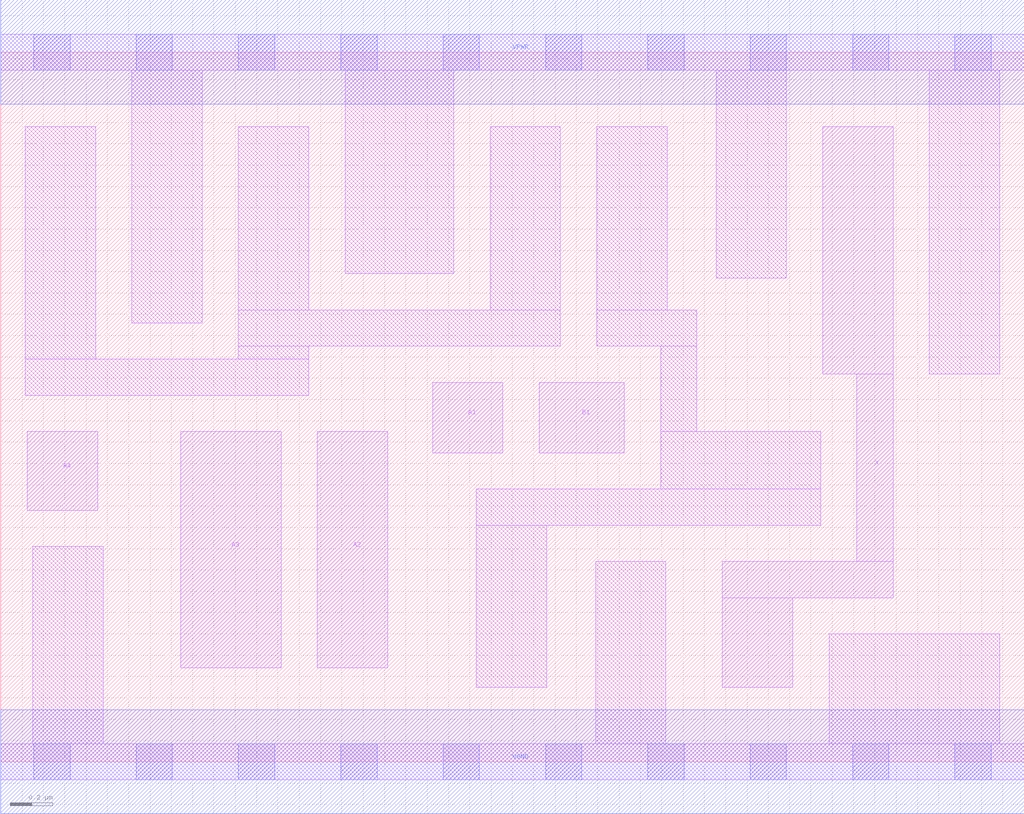
<source format=lef>
# Copyright 2020 The SkyWater PDK Authors
#
# Licensed under the Apache License, Version 2.0 (the "License");
# you may not use this file except in compliance with the License.
# You may obtain a copy of the License at
#
#     https://www.apache.org/licenses/LICENSE-2.0
#
# Unless required by applicable law or agreed to in writing, software
# distributed under the License is distributed on an "AS IS" BASIS,
# WITHOUT WARRANTIES OR CONDITIONS OF ANY KIND, either express or implied.
# See the License for the specific language governing permissions and
# limitations under the License.
#
# SPDX-License-Identifier: Apache-2.0

VERSION 5.7 ;
  NAMESCASESENSITIVE ON ;
  NOWIREEXTENSIONATPIN ON ;
  DIVIDERCHAR "/" ;
  BUSBITCHARS "[]" ;
UNITS
  DATABASE MICRONS 200 ;
END UNITS
MACRO sky130_fd_sc_ls__a41o_2
  CLASS CORE ;
  SOURCE USER ;
  FOREIGN sky130_fd_sc_ls__a41o_2 ;
  ORIGIN  0.000000  0.000000 ;
  SIZE  4.800000 BY  3.330000 ;
  SYMMETRY X Y ;
  SITE unit ;
  PIN A1
    ANTENNAGATEAREA  0.261000 ;
    DIRECTION INPUT ;
    USE SIGNAL ;
    PORT
      LAYER li1 ;
        RECT 2.025000 1.450000 2.355000 1.780000 ;
    END
  END A1
  PIN A2
    ANTENNAGATEAREA  0.261000 ;
    DIRECTION INPUT ;
    USE SIGNAL ;
    PORT
      LAYER li1 ;
        RECT 1.485000 0.440000 1.815000 1.550000 ;
    END
  END A2
  PIN A3
    ANTENNAGATEAREA  0.261000 ;
    DIRECTION INPUT ;
    USE SIGNAL ;
    PORT
      LAYER li1 ;
        RECT 0.845000 0.440000 1.315000 1.550000 ;
    END
  END A3
  PIN A4
    ANTENNAGATEAREA  0.261000 ;
    DIRECTION INPUT ;
    USE SIGNAL ;
    PORT
      LAYER li1 ;
        RECT 0.125000 1.180000 0.455000 1.550000 ;
    END
  END A4
  PIN B1
    ANTENNAGATEAREA  0.261000 ;
    DIRECTION INPUT ;
    USE SIGNAL ;
    PORT
      LAYER li1 ;
        RECT 2.525000 1.450000 2.925000 1.780000 ;
    END
  END B1
  PIN X
    ANTENNADIFFAREA  0.639400 ;
    DIRECTION OUTPUT ;
    USE SIGNAL ;
    PORT
      LAYER li1 ;
        RECT 3.385000 0.350000 3.715000 0.770000 ;
        RECT 3.385000 0.770000 4.185000 0.940000 ;
        RECT 3.855000 1.820000 4.185000 2.980000 ;
        RECT 4.015000 0.940000 4.185000 1.820000 ;
    END
  END X
  PIN VGND
    DIRECTION INOUT ;
    SHAPE ABUTMENT ;
    USE GROUND ;
    PORT
      LAYER met1 ;
        RECT 0.000000 -0.245000 4.800000 0.245000 ;
    END
  END VGND
  PIN VPWR
    DIRECTION INOUT ;
    SHAPE ABUTMENT ;
    USE POWER ;
    PORT
      LAYER met1 ;
        RECT 0.000000 3.085000 4.800000 3.575000 ;
    END
  END VPWR
  OBS
    LAYER li1 ;
      RECT 0.000000 -0.085000 4.800000 0.085000 ;
      RECT 0.000000  3.245000 4.800000 3.415000 ;
      RECT 0.115000  1.720000 1.445000 1.890000 ;
      RECT 0.115000  1.890000 0.445000 2.980000 ;
      RECT 0.150000  0.085000 0.480000 1.010000 ;
      RECT 0.615000  2.060000 0.945000 3.245000 ;
      RECT 1.115000  1.890000 1.445000 1.950000 ;
      RECT 1.115000  1.950000 2.625000 2.120000 ;
      RECT 1.115000  2.120000 1.445000 2.980000 ;
      RECT 1.615000  2.290000 2.125000 3.245000 ;
      RECT 2.230000  0.350000 2.560000 1.110000 ;
      RECT 2.230000  1.110000 3.845000 1.280000 ;
      RECT 2.295000  2.120000 2.625000 2.980000 ;
      RECT 2.790000  0.085000 3.120000 0.940000 ;
      RECT 2.795000  1.950000 3.265000 2.120000 ;
      RECT 2.795000  2.120000 3.125000 2.980000 ;
      RECT 3.095000  1.280000 3.845000 1.550000 ;
      RECT 3.095000  1.550000 3.265000 1.950000 ;
      RECT 3.355000  2.270000 3.685000 3.245000 ;
      RECT 3.885000  0.085000 4.685000 0.600000 ;
      RECT 4.355000  1.820000 4.685000 3.245000 ;
    LAYER mcon ;
      RECT 0.155000 -0.085000 0.325000 0.085000 ;
      RECT 0.155000  3.245000 0.325000 3.415000 ;
      RECT 0.635000 -0.085000 0.805000 0.085000 ;
      RECT 0.635000  3.245000 0.805000 3.415000 ;
      RECT 1.115000 -0.085000 1.285000 0.085000 ;
      RECT 1.115000  3.245000 1.285000 3.415000 ;
      RECT 1.595000 -0.085000 1.765000 0.085000 ;
      RECT 1.595000  3.245000 1.765000 3.415000 ;
      RECT 2.075000 -0.085000 2.245000 0.085000 ;
      RECT 2.075000  3.245000 2.245000 3.415000 ;
      RECT 2.555000 -0.085000 2.725000 0.085000 ;
      RECT 2.555000  3.245000 2.725000 3.415000 ;
      RECT 3.035000 -0.085000 3.205000 0.085000 ;
      RECT 3.035000  3.245000 3.205000 3.415000 ;
      RECT 3.515000 -0.085000 3.685000 0.085000 ;
      RECT 3.515000  3.245000 3.685000 3.415000 ;
      RECT 3.995000 -0.085000 4.165000 0.085000 ;
      RECT 3.995000  3.245000 4.165000 3.415000 ;
      RECT 4.475000 -0.085000 4.645000 0.085000 ;
      RECT 4.475000  3.245000 4.645000 3.415000 ;
  END
END sky130_fd_sc_ls__a41o_2

</source>
